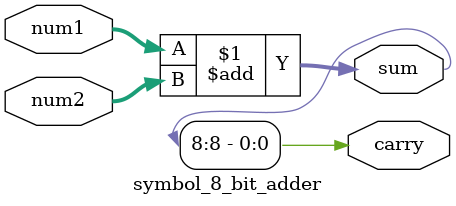
<source format=v>
`timescale 1ns / 1ps
module symbol_8_bit_adder(num1, num2, sum,carry);
    input [7:0] num1;
    input [7:0] num2;
    output [8:0] sum;
    output carry;
    
  assign  sum = num1 + num2;
  assign carry = sum[8];
endmodule 

</source>
